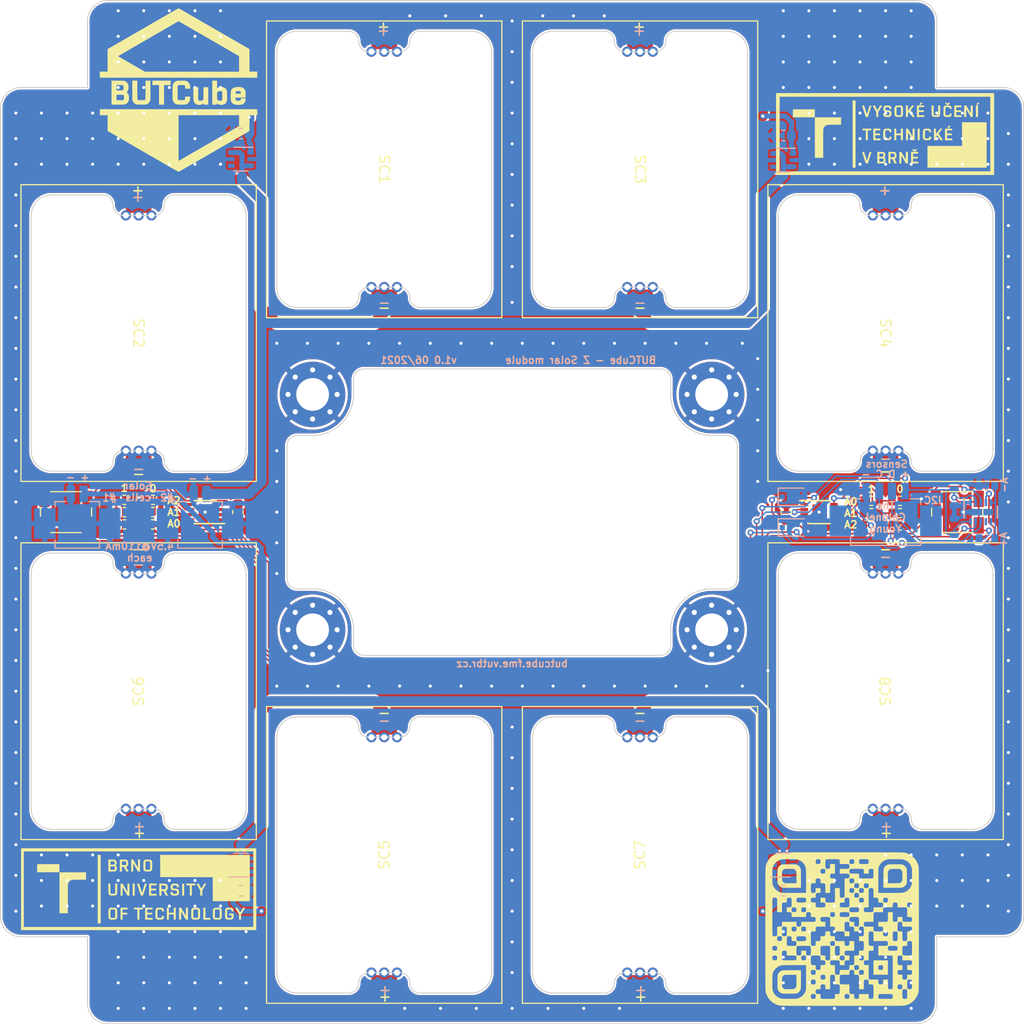
<source format=kicad_pcb>
(kicad_pcb (version 20210623) (generator pcbnew)

  (general
    (thickness 1.6)
  )

  (paper "A4")
  (title_block
    (title "BUTCube - Solar module Z")
    (date "2021-06-04")
    (rev "v1.1")
    (company "VUT")
    (comment 1 "Author: Petr Malaník")
  )

  (layers
    (0 "F.Cu" signal)
    (31 "B.Cu" signal)
    (34 "B.Paste" user)
    (35 "F.Paste" user)
    (36 "B.SilkS" user "B.Silkscreen")
    (37 "F.SilkS" user "F.Silkscreen")
    (38 "B.Mask" user)
    (39 "F.Mask" user)
    (40 "Dwgs.User" user "User.Drawings")
    (41 "Cmts.User" user "User.Comments")
    (42 "Eco1.User" user "User.Eco1")
    (43 "Eco2.User" user "User.Eco2")
    (44 "Edge.Cuts" user)
    (45 "Margin" user)
    (46 "B.CrtYd" user "B.Courtyard")
    (47 "F.CrtYd" user "F.Courtyard")
    (48 "B.Fab" user)
    (49 "F.Fab" user)
    (50 "User.1" user)
    (51 "User.2" user)
  )

  (setup
    (stackup
      (layer "F.SilkS" (type "Top Silk Screen"))
      (layer "F.Paste" (type "Top Solder Paste"))
      (layer "F.Mask" (type "Top Solder Mask") (color "Green") (thickness 0.01))
      (layer "F.Cu" (type "copper") (thickness 0.035))
      (layer "dielectric 1" (type "core") (thickness 1.51) (material "FR4") (epsilon_r 4.5) (loss_tangent 0.02))
      (layer "B.Cu" (type "copper") (thickness 0.035))
      (layer "B.Mask" (type "Bottom Solder Mask") (color "Green") (thickness 0.01))
      (layer "B.Paste" (type "Bottom Solder Paste"))
      (layer "B.SilkS" (type "Bottom Silk Screen"))
      (copper_finish "None")
      (dielectric_constraints no)
    )
    (pad_to_mask_clearance 0.06)
    (solder_mask_min_width 0.105)
    (pcbplotparams
      (layerselection 0x00010f0_ffffffff)
      (disableapertmacros false)
      (usegerberextensions true)
      (usegerberattributes true)
      (usegerberadvancedattributes false)
      (creategerberjobfile false)
      (svguseinch false)
      (svgprecision 6)
      (excludeedgelayer true)
      (plotframeref false)
      (viasonmask false)
      (mode 1)
      (useauxorigin false)
      (hpglpennumber 1)
      (hpglpenspeed 20)
      (hpglpendiameter 15.000000)
      (dxfpolygonmode true)
      (dxfimperialunits true)
      (dxfusepcbnewfont true)
      (psnegative false)
      (psa4output false)
      (plotreference false)
      (plotvalue false)
      (plotinvisibletext false)
      (sketchpadsonfab false)
      (subtractmaskfromsilk false)
      (outputformat 1)
      (mirror false)
      (drillshape 0)
      (scaleselection 1)
      (outputdirectory "gerbers")
    )
  )

  (net 0 "")
  (net 1 "Net-(C1-Pad1)")
  (net 2 "GND")
  (net 3 "Net-(C2-Pad1)")
  (net 4 "Net-(C3-Pad1)")
  (net 5 "Net-(C4-Pad1)")
  (net 6 "VCC")
  (net 7 "/PH_1")
  (net 8 "/PH_2")
  (net 9 "/Solar_unit_1/OUT")
  (net 10 "/SDA")
  (net 11 "/SCL")
  (net 12 "/Solar_unit_3/OUT")
  (net 13 "Net-(R2-Pad2)")
  (net 14 "Net-(R4-Pad2)")
  (net 15 "Net-(R6-Pad2)")
  (net 16 "Net-(R10-Pad1)")
  (net 17 "Net-(R11-Pad2)")
  (net 18 "Net-(R13-Pad2)")
  (net 19 "Net-(R15-Pad2)")
  (net 20 "Net-(SC1-Pad2)")
  (net 21 "Net-(SC3-Pad2)")
  (net 22 "Net-(SC5-Pad2)")
  (net 23 "Net-(SC7-Pad2)")
  (net 24 "unconnected-(U1-Pad3)")
  (net 25 "unconnected-(U2-Pad3)")
  (net 26 "unconnected-(U3-Pad6)")
  (net 27 "unconnected-(U3-Pad7)")

  (footprint "TCY_solar:SM141K04L" (layer "F.Cu") (at 114.5 76.5 -90))

  (footprint "MountingHole:MountingHole_3.2mm_M3_Pad_Via" (layer "F.Cu") (at 131.5 105.5))

  (footprint "TCY_solar:SM141K04L" (layer "F.Cu") (at 163.5 60.5 -90))

  (footprint "TCY_smd_leds:VEMD5160X" (layer "F.Cu") (at 107.4 94 90))

  (footprint "TCY_solar:SM141K04L" (layer "F.Cu") (at 187.5 111.5 90))

  (footprint "MountingHole:MountingHole_3.2mm_M3_Pad_Via" (layer "F.Cu") (at 131.5 82.5))

  (footprint "LOGO" (layer "F.Cu") (at 114.5 130.85))

  (footprint "TCY_passives:R_0603_1608Metric" (layer "F.Cu") (at 188.9 95.3))

  (footprint "Package_DFN_QFN:DFN-8-1EP_3x2mm_P0.5mm_EP1.3x1.5mm" (layer "F.Cu") (at 121 94 180))

  (footprint "TCY_solar:SM141K04L" (layer "F.Cu") (at 114.5 111.5 90))

  (footprint "TCY_solar:SM141K04L" (layer "F.Cu") (at 138.5 60.5 -90))

  (footprint "LOGO" (layer "F.Cu") (at 118.4 52.75))

  (footprint "TCY_smd_leds:VEMD5160X" (layer "F.Cu") (at 194.5 94 -90))

  (footprint "TCY_passives:R_0603_1608Metric" (layer "F.Cu") (at 188.9 94.1))

  (footprint "TCY_solar:SM141K04L" (layer "F.Cu") (at 138.5 127.5 90))

  (footprint "LOGO" (layer "F.Cu")
    (tedit 0) (tstamp 54c3c86d-c900-421b-9fa7-0ac2208e0810)
    (at 183.25 134.75)
    (attr board_only exclude_from_pos_files exclude_from_bom)
    (fp_text reference "G***" (at 0 0) (layer "F.SilkS") hide
      (effects (font (size 1.524 1.524) (thickness 0.3)))
      (tstamp 916817b3-6d27-470d-bc54-fa487ae74e27)
    )
    (fp_text value "LOGO" (at 0.75 0) (layer "F.SilkS") hide
      (effects (font (size 1.524 1.524) (thickness 0.3)))
      (tstamp 8000b8d1-79c5-437f-a04b-61ad80989c3c)
    )
    (fp_poly (pts (xy 4.477607 4.464161)
      (xy 3.065749 4.464161)
      (xy 3.065749 3.758232)
      (xy 3.536368 3.758232)
      (xy 3.53944 3.834849)
      (xy 3.550021 3.890655)
      (xy 3.570163 3.931174)
      (xy 3.601917 3.961928)
      (xy 3.615336 3.970902)
      (xy 3.651051 3.983384)
      (xy 3.704663 3.991117)
      (xy 3.767588 3.99404)
      (xy 3.831242 3.99209)
      (xy 3.887041 3.985205)
      (xy 3.926401 3.973324)
      (xy 3.92675 3.973145)
      (xy 3.962874 3.947069)
      (xy 3.987104 3.909891)
      (xy 4.001149 3.857039)
      (xy 4.006716 3.783939)
      (xy 4.006988 3.758232)
      (xy 4.003002 3.672821)
      (xy 3.98891 3.610145)
      (xy 3.961511 3.56701)
      (xy 3.917603 3.540224)
      (xy 3.853985 3.526594)
      (xy 3.771059 3.522922)
      (xy 3.685648 3.527293)
      (xy 3.622863 3.542462)
      (xy 3.579626 3.571513)
      (xy 3.552862 3.61753)
      (xy 3.539495 3.683597)
      (xy 3.536368 3.758232)
      (xy 3.065749 3.758232)
      (xy 3.065749 3.052303)
      (xy 4.477607 3.052303)) (layer "F.SilkS") (width 0) (fill solid) (tstamp 184c652b-e067-4d67-adfe-c82b168ba530))
    (fp_poly (pts (xy 2.512506 -7.503028)
      (xy 2.848563 -7.502987)
      (xy 3.163002 -7.5029)
      (xy 3.456578 -7.502757)
      (xy 3.730043 -7.502548)
      (xy 3.984152 -7.502263)
      (xy 4.219658 -7.50189)
      (xy 4.437314 -7.501421)
      (xy 4.637875 -7.500843)
      (xy 4.822094 -7.500148)
      (xy 4.990724 -7.499324)
      (xy 5.144519 -7.498362)
      (xy 5.284232 -7.49725)
      (xy 5.410618 -7.495979)
      (xy 5.524429 -7.494537)
      (xy 5.62642 -7.492916)
      (xy 5.717344 -7.491103)
      (xy 5.797955 -7.48909)
      (xy 5.869005 -7.486864)
      (xy 5.931249 -7.484417)
      (xy 5.985441 -7.481738)
      (xy 6.032334 -7.478816)
      (xy 6.072681 -7.47564)
      (xy 6.107236 -7.472201)
      (xy 6.136753 -7.468489)
      (xy 6.161986 -7.464492)
      (xy 6.183687 -7.4602)
      (xy 6.202611 -7.455603)
      (xy 6.219511 -7.450691)
      (xy 6.235141 -7.445453)
      (xy 6.250253 -7.439879)
      (xy 6.265603 -7.433958)
      (xy 6.281944 -7.427681)
      (xy 6.300028 -7.421035)
      (xy 6.315057 -7.415848)
      (xy 6.517963 -7.334306)
      (xy 6.705542 -7.231061)
      (xy 6.876645 -7.10726)
      (xy 7.030126 -6.964053)
      (xy 7.164836 -6.802586)
      (xy 7.279627 -6.624007)
      (xy 7.373353 -6.429463)
      (xy 7.415848 -6.315057)
      (xy 7.422773 -6.295187)
      (xy 7.429323 -6.277621)
      (xy 7.435509 -6.261606)
      (xy 7.44134 -6.246389)
      (xy 7.446827 -6.231216)
      (xy 7.45198 -6.215332)
      (xy 7.456811 -6.197986)
      (xy 7.461328 -6.178422)
      (xy 7.465543 -6.155888)
      (xy 7.469467 -6.129629)
      (xy 7.473108 -6.098893)
      (xy 7.476478 -6.062926)
      (xy 7.479588 -6.020974)
      (xy 7.482447 -5.972283)
      (xy 7.485066 -5.9161)
      (xy 7.487455 -5.851671)
      (xy 7.489625 -5.778243)
      (xy 7.491586 -5.695062)
      (xy 7.493349 -5.601375)
      (xy 7.494923 -5.496427)
      (xy 7.49632 -5.379466)
      (xy 7.49755 -5.249737)
      (xy 7.498622 -5.106488)
      (xy 7.499548 -4.948964)
      (xy 7.500338 -4.776412)
      (xy 7.501002 -4.588078)
      (xy 7.501551 -4.38321)
      (xy 7.501994 -4.161052)
      (xy 7.502343 -3.920852)
      (xy 7.502608 -3.661855)
      (xy 7.502799 -3.383309)
      (xy 7.502927 -3.08446)
      (xy 7.503001 -2.764554)
      (xy 7.503033 -2.422838)
      (xy 7.503033 -2.058558)
      (xy 7.50301 -1.67096)
      (xy 7.502977 -1.25929)
      (xy 7.502942 -0.822796)
      (xy 7.502916 -0.360724)
      (xy 7.502909 0)
      (xy 7.502921 0.481586)
      (xy 7.50295 0.937034)
      (xy 7.502986 1.367096)
      (xy 7.503018 1.772526)
      (xy 7.503035 2.154078)
      (xy 7.503029 2.512506)
      (xy 7.502987 2.848563)
      (xy 7.5029 3.163002)
      (xy 7.502757 3.456578)
      (xy 7.502548 3.730043)
      (xy 7.502262 3.984152)
      (xy 7.50189 4.219658)
      (xy 7.501421 4.437314)
      (xy 7.500843 4.637875)
      (xy 7.500148 4.822094)
      (xy 7.499324 4.990724)
      (xy 7.498362 5.144519)
      (xy 7.49725 5.284232)
      (xy 7.495979 5.410618)
      (xy 7.494537 5.524429)
      (xy 7.492916 5.62642)
      (xy 7.491103 5.717344)
      (xy 7.48909 5.797955)
      (xy 7.486864 5.869005)
      (xy 7.484417 5.931249)
      (xy 7.481738 5.985441)
      (xy 7.478815 6.032334)
      (xy 7.47564 6.072681)
      (xy 7.472201 6.107236)
      (xy 7.468489 6.136753)
      (xy 7.464492 6.161986)
      (xy 7.4602 6.183687)
      (xy 7.455603 6.202611)
      (xy 7.450691 6.219511)
      (xy 7.445453 6.235141)
      (xy 7.439879 6.250253)
      (xy 7.433958 6.265603)
      (xy 7.42768 6.281944)
      (xy 7.421035 6.300028)
      (xy 7.415848 6.315057)
      (xy 7.334306 6.517963)
      (xy 7.231061 6.705542)
      (xy 7.10726 6.876645)
      (xy 6.964053 7.030126)
      (xy 6.802586 7.164836)
      (xy 6.624006 7.279627)
      (xy 6.429463 7.373353)
      (xy 6.315057 7.415848)
      (xy 6.295204 7.422769)
      (xy 6.277659 7.429315)
      (xy 6.26167 7.435497)
      (xy 6.246483 7.441325)
      (xy 6.231346 7.44681)
      (xy 6.215506 7.451962)
      (xy 6.198211 7.45679)
      (xy 6.178707 7.461306)
      (xy 6.156243 7.465518)
      (xy 6.130066 7.469438)
      (xy 6.099423 7.473076)
      (xy 6.063561 7.476441)
      (xy 6.021727 7.479545)
      (xy 5.973169 7.482397)
      (xy 5.917135 7.485007)
      (xy 5.852871 7.487385)
      (xy 5.779625 7.489543)
      (xy 5.696644 7.491489)
      (xy 5.603176 7.493235)
      (xy 5.498467 7.49479)
      (xy 5.381766 7.496165)
      (xy 5.252319 7.49737)
      (xy 5.109374 7.498414)
      (xy 4.952178 7.499309)
      (xy 4.779979 7.500064)
      (xy 4.592024 7.50069)
      (xy 4.387559 7.501196)
      (xy 4.165833 7.501594)
      (xy 3.926093 7.501892)
      (xy 3.667586 7.502102)
      (xy 3.389559 7.502234)
      (xy 3.09126 7.502298)
      (xy 2.771936 7.502303)
      (xy 2.430835 7.50226)
      (xy 2.067203 7.50218)
      (xy 1.680288 7.502073)
      (xy 1.269338 7.501948)
      (xy 0.833599 7.501817)
      (xy 0.372319 7.501688)
      (xy -0.013446 7.501595)
      (xy -0.49848 7.501478)
      (xy -0.957331 7.501345)
      (xy -1.390711 7.501196)
      (xy -1.799329 7.501026)
      (xy -2.183897 7.500835)
      (xy -2.545124 7.500618)
      (xy -2.883721 7.500375)
      (xy -3.200398 7.500102)
      (xy -3.495867 7.499798)
      (xy -3.770837 7.499459)
      (xy -4.026018 7.499084)
      (xy -4.262122 7.49867)
      (xy -4.479858 7.498215)
      (xy -4.679938 7.497716)
      (xy -4.86307 7.497172)
      (xy -5.029967 7.496578)
      (xy -5.181338 7.495934)
      (xy -5.317893 7.495237)
      (xy -5.440344 7.494485)
      (xy -5.5494 7.493674)
      (xy -5.645773 7.492803)
      (xy -5.730171 7.49187)
      (xy -5.803307 7.490872)
      (xy -5.86589 7.489806)
      (xy -5.91863 7.48867)
      (xy -5.962239 7.487462)
      (xy -5.997426 7.48618)
      (xy -6.024903 7.48482)
      (xy -6.045378 7.483382)
      (xy -6.059564 7.481862)
      (xy -6.062966 7.481345)
      (xy -6.171039 7.457918)
      (xy -6.290643 7.423124)
      (xy -6.410972 7.380571)
      (xy -6.52122 7.333868)
      (xy -6.55709 7.316362)
      (xy -6.743521 7.206557)
      (xy -6.912457 7.076696)
      (xy -7.062855 6.927992)
      (xy -7.193674 6.761661)
      (xy -7.303872 6.578917)
      (xy -7.392407 6.380976)
      (xy -7.415848 6.315057)
      (xy -7.422773 6.295187)
      (xy -7.429323 6.277621)
      (xy -7.435509 6.261606)
      (xy -7.44134 6.246389)
      (xy -7.446827 6.231215)
      (xy -7.45198 6.215332)
      (xy -7.456811 6.197985)
      (xy -7.461328 6.178422)
      (xy -7.465543 6.155888)
      (xy -7.469467 6.129629)
      (xy -7.473108 6.098893)
      (xy -7.476478 6.062926)
      (xy -7.479588 6.020974)
      (xy -7.482447 5.972283)
      (xy -7.485066 5.9161)
      (xy -7.487455 5.851671)
      (xy -7.489625 5.778243)
      (xy -7.491586 5.695062)
      (xy -7.493349 5.601375)
      (xy -7.49445 5.52798)
      (xy -6.815529 5.52798)
      (xy -6.81515 5.621055)
      (xy -6.814201 5.697205)
      (xy -6.812629 5.758923)
      (xy -6.810381 5.8087)
      (xy -6.807406 5.849027)
      (xy -6.80365 5.882395)
      (xy -6.799063 5.911297)
      (xy -6.796946 5.922348)
      (xy -6.751668 6.081776)
      (xy -6.682826 6.231562)
      (xy -6.592728 6.369416)
      (xy -6.48368 6.493048)
      (xy -6.357986 6.600167)
      (xy -6.217954 6.688482)
      (xy -6.06589 6.755701)
      (xy -5.916358 6.797142)
      (xy -5.878245 6.801907)
      (xy -5.816696 6.80604)
      (xy -5.735161 6.809538)
      (xy -5.63709 6.812398)
      (xy -5.525932 6.814617)
      (xy -5.405137 6.816193)
      (xy -5.278154 6.817124)
      (xy -5.148433 6.817405)
      (xy -5.019424 6.817035)
      (xy -4.894575 6.816011)
      (xy -4.777337 6.81433)
      (xy -4.671159 6.81199)
      (xy -4.579491 6.808987)
      (xy -4.505783 6.805319)
      (xy -4.453483 6.800983)
      (xy -4.43509 6.798312)
      (xy -4.270053 6.75325)
      (xy -4.115179 6.684375)
      (xy -3.972868 6.593624)
      (xy -3.959435 6.581948)
      (xy -3.052303 6.581948)
      (xy -3.049231 6.658565)
      (xy -3.03865 6.714372)
      (xy -3.018508 6.754891)
      (xy -2.986755 6.785644)
      (xy -2.973336 6.794618)
      (xy -2.937621 6.8071)
      (xy -2.884009 6.814834)
      (xy -2.821084 6.817756)
      (xy -2.75743 6.815806)
      (xy -2.701631 6.808921)
      (xy -2.662271 6.79704)
      (xy -2.661921 6.796861)
      (xy -2.625797 6.770785)
      (xy -2.601567 6.733607)
      (xy -2.587522 6.680755)
      (xy -2.581956 6.607655)
      (xy -2.581683 6.581948)
      (xy -2.585669 6.496537)
      (xy -2.599761 6.433861)
      (xy -2.62716 6.390726)
      (xy -2.671068 6.363941)
      (xy -2.734687 6.35031)
      (xy -2.817612 6.346638)
      (xy -2.903023 6.351009)
      (xy -2.965809 6.366178)
      (xy -3.009045 6.395229)
      (xy -3.03581 6.441246)
      (xy -3.049177 6.507313)
      (xy -3.052303 6.581948)
      (xy -3.959435 6.581948)
      (xy -3.84552 6.482933)
      (xy -3.735536 6.354237)
      (xy -3.645316 6.209472)
      (xy -3.608323 6.131565)
      (xy -3.599688 6.111329)
      (xy -2.581683 6.111329)
      (xy -2.57892 6.188707)
      (xy -2.56853 6.247307)
      (xy -2.547366 6.289642)
      (xy -2.51228 6.318227)
      (xy -2.460125 6.335578)
      (xy -2.387752 6.344209)
      (xy -2.292013 6.346635)
      (xy -2.287152 6.346638)
      (xy -2.111064 6.346638)
      (xy -2.111064 6.522727)
      (xy -2.109881 6.608155)
      (xy -2.105422 6.671458)
      (xy -2.096323 6.717336)
      (xy -2.081218 6.750487)
      (xy -2.058742 6.775611)
      (xy -2.032097 6.794618)
      (xy -2.021086 6.799943)
      (xy -2.005164 6.804347)
      (xy -1.981887 6.807918)
      (xy -1.948814 6.810743)
      (xy -1.903503 6.812908)
      (xy -1.84351 6.814502)
      (xy -1.766396 6.81561)
      (xy -1.669716 6.816322)
      (xy -1.551029 6.816722)
      (xy -1.407893 6.8169)
      (xy -1.407829 6.8169)
      (xy -1.263151 6.816874)
      (xy -1.142963 6.816551)
      (xy -1.044862 6.815857)
      (xy -0.966446 6.814714)
      (xy -0.905312 6.813046)
      (xy -0.85906 6.810775)
      (xy -0.825285 6.807826)
      (xy -0.801587 6.804121)
      (xy -0.785563 6.799585)
      (xy -0.779443 6.796861)
      (xy -0.749366 6.777371)
      (xy -0.727653 6.751894)
      (xy -0.713043 6.716115)
      (xy -0.704278 6.665718)
      (xy -0.700097 6.596391)
      (xy -0.699924 6.581948)
      (xy 0.242033 6.581948)
      (xy 0.245104 6.658565)
      (xy 0.255686 6.714372)
      (xy 0.275828 6.754891)
      (xy 0.307581 6.785644)
      (xy 0.321 6.794618)
      (xy 0.356715 6.8071)
      (xy 0.410327 6.814834)
      (xy 0.473252 6.817756)
      (xy 0.536906 6.815806)
      (xy 0.592705 6.808921)
      (xy 0.632065 6.79704)
      (xy 0.632415 6.796861)
      (xy 0.668538 6.770785)
      (xy 0.692769 6.733607)
      (xy 0.706814 6.680755)
      (xy 0.71238 6.607655)
      (xy 0.712652 6.581948)
      (xy 0.708666 6.496537)
      (xy 0.694574 6.433861)
      (xy 0.667175 6.390726)
      (xy 0.623267 6.363941)
      (xy 0.559649 6.35031)
      (xy 0.476723 6.346638)
      (xy 0.391313 6.351009)
      (xy 0.328527 6.366178)
      (xy 0.28529 6.395229)
      (xy 0.258526 6.441246)
      (xy 0.245159 6.507313)
      (xy 0.242033 6.581948)
      (xy -0.699924 6.581948)
      (xy -0.699206 6.522108)
      (xy -0.699206 6.346638)
      (xy -0.523737 6.346638)
      (xy -0.445478 6.346374)
      (xy -0.382439 6.343832)
      (xy -0.332974 6.336388)
      (xy -0.295439 6.321419)
      (xy -0.268186 6.296302)
      (xy -0.249572 6.258411)
      (xy -0.23795 6.205125)
      (xy -0.231676 6.133819)
      (xy -0.229103 6.041869)
      (xy -0.228586 5.926653)
      (xy -0.228587 5.876019)
      (xy -0.228752 5.751235)
      (xy -0.230347 5.650719)
      (xy -0.235015 5.571847)
      (xy -0.244403 5.511996)
      (xy -0.260155 5.468542)
      (xy -0.283918 5.438861)
      (xy -0.317337 5.42033)
      (xy -0.362057 5.410325)
      (xy -0.419723 5.406223)
      (xy -0.491982 5.405399)
      (xy -0.523737 5.4054)
      (xy -0.699206 5.4054)
      (xy -0.699206 4.994621)
      (xy -0.699267 4.949107)
      (xy -0.231251 4.949107)
      (xy -0.230306 5.04071)
      (xy -0.227917 5.12701)
      (xy -0.224083 5.203412)
      (xy -0.218806 5.265324)
      (xy -0.212084 5.30815)
      (xy -0.206595 5.324186)
      (xy -0.192998 5.34597)
      (xy -0.178701 5.363463)
      (xy -0.160765 5.377137)
      (xy -0.136249 5.387462)
      (xy -0.102216 5.394908)
      (xy -0.055724 5.399944)
      (xy 0.006166 5.403041)
      (xy 0.086394 5.404669)
      (xy 0.187899 5.405299)
      (xy 0.301254 5.4054)
      (xy 0.712652 5.4054)
      (xy 0.712652 5.816798)
      (xy 0.712809 5.935295)
      (xy 0.713378 6.0299)
      (xy 0.714505 6.103611)
      (xy 0.716338 6.159427)
      (xy 0.719023 6.200347)
      (xy 0.722709 6.22937)
      (xy 0.727541 6.249495)
      (xy 0.733667 6.26372)
      (xy 0.734644 6.265425)
      (xy 0.756138 6.29617)
      (xy 0.781692 6.318184)
      (xy 0.815956 6.332851)
      (xy 0.863576 6.341558)
      (xy 0.929201 6.345688)
      (xy 1.007183 6.346638)
      (xy 1.183272 6.346638)
      (xy 1.183272 6.522727)
      (xy 1.184454 6.608155)
      (xy 1.188913 6.671458)
      (xy 1.198013 6.717336)
      (xy 1.213118 6.750487)
      (xy 1.235593 6.775611)
      (xy 1.262239 6.794618)
      (xy 1.297954 6.8071)
      (xy 1.351566 6.814834)
      (xy 1.414491 6.817756)
      (xy 1.478145 6.815806)
      (xy 1.533944 6.808921)
      (xy 1.573304 6.79704)
      (xy 1.573653 6.796861)
      (xy 1.603731 6.777371)
      (xy 1.625444 6.751894)
      (xy 1.640054 6.716115)
      (xy 1.648819 6.665718)
      (xy 1.653 6.596391)
      (xy 1.653891 6.522108)
      (xy 1.653891 6.346638)
      (xy 2.59513 6.346638)
      (xy 2.59513 6.522727)
      (xy 2.597344 6.61959)
      (xy 2.605659 6.692948)
      (xy 2.62258 6.745946)
      (xy 2.650614 6.78173)
      (xy 2.692269 6.803445)
      (xy 2.75005 6.814238)
      (xy 2.826464 6.817254)
      (xy 2.82982 6.817258)
      (xy 2.909726 6.813876)
      (xy 2.968044 6.802595)
      (xy 3.009352 6.78171)
      (xy 3.038232 6.749514)
      (xy 3.045352 6.73702)
      (xy 3.050879 6.712733)
      (xy 3.055642 6.665036)
      (xy 3.059643 6.597401)
      (xy 3.060104 6.585435)
      (xy 3.535311 6.585435)
      (xy 3.538217 6.648891)
      (xy 3.546425 6.702896)
      (xy 3.558189 6.735755)
      (xy 3.569374 6.754457)
      (xy 3.580487 6.770025)
      (xy 3.593954 6.782748)
      (xy 3.6122 6.792915)
      (xy 3.637651 6.800814)
      (xy 3.672734 6.806735)
      (xy 3.719873 6.810966)
      (xy 3.781495 6.813797)
      (xy 3.860027 6.815515)
      (xy 3.957893 6.816411)
      (xy 4.077519 6.816773)
      (xy 4.221332 6.816889)
      (xy 4.239604 6.8169)
      (xy 4.384281 6.816874)
      (xy 4.50447 6.816551)
      (xy 4.602571 6.815857)
      (xy 4.680987 6.814714)
      (xy 4.74212 6.813046)
      (xy 4.788373 6.810775)
      (xy 4.822147 6.807826)
      (xy 4.845845 6.804121)
      (xy 4.86187 6.799585)
      (xy 4.867989 6.796861)
      (xy 4.90315 6.769544)
      (xy 4.92783 6.73702)
      (xy 4.939748 6.697479)
      (xy 4.946706 6.640611)
      (xy 4.948705 6.575523)
      (xy 4.945743 6.511318)
      (xy 4.937822 6.457102)
      (xy 4.92783 6.426876)
      (xy 4.917901 6.408431)
      (xy 4.907282 6.393055)
      (xy 4.893586 6.380467)
      (xy 4.874427 6.37039)
      (xy 4.847417 6.362544)
      (xy 4.810169 6.356649)
      (xy 4.760296 6.352427)
      (xy 4.695412 6.349599)
      (xy 4.613128 6.347885)
      (xy 4.51106 6.347006)
      (xy 4.386818 6.346684)
      (xy 4.241678 6.346638)
      (xy 5.889465 6.346638)
      (xy 5.889671 6.461015)
      (xy 5.890666 6.551716)
      (xy 5.893017 6.62196)
      (xy 5.897291 6.674962)
      (xy 5.904055 6.713941)
      (xy 5.913877 6.742112)
      (xy 5.927323 6.762692)
      (xy 5.944961 6.778899)
      (xy 5.967357 6.79395)
      (xy 5.968433 6.794618)
      (xy 6.004148 6.8071)
      (xy 6.05776 6.814834)
      (xy 6.120684 6.817756)
      (xy 6.184338 6.815806)
      (xy 6.240137 6.808921)
      (xy 6.279497 6.79704)
      (xy 6.279847 6.796861)
      (xy 6.302615 6.783762)
      (xy 6.320625 6.768591)
      (xy 6.334432 6.748232)
      (xy 6.34459 6.719573)
      (xy 6.351656 6.679499)
      (xy 6.356183 6.624896)
      (xy 6.358727 6.552652)
      (xy 6.359842 6.459652)
      (xy 6.360085 6.346638)
      (xy 6.359825 6.230525)
      (xy 6.358675 6.138188)
      (xy 6.35608 6.066514)
      (xy 6.351485 6.01239)
      (xy 6.344335 5.972701)
      (xy 6.334076 5.944334)
      (xy 6.320152 5.924175)
      (xy 6.302008 5.90911)
      (xy 6.279847 5.896416)
      (xy 6.240026 5.884223)
      (xy 6.183615 5.877185)
      (xy 6.119414 5.875259)
      (xy 6.056219 5.878399)
      (xy 6.00283 5.886558)
      (xy 5.970679 5.898011)
      (xy 5.947469 5.912751)
      (xy 5.929157 5.928562)
      (xy 5.915165 5.948644)
      (xy 5.904912 5.976198)
      (xy 5.89782 6.014424)
      (xy 5.893308 6.066524)
      (xy 5.890798 6.135697)
      (xy 5.889711 6.225143)
      (xy 5.889466 6.338064)
      (xy 5.889465 6.346638)
      (xy 4.241678 6.346638)
      (xy 4.094694 6.346665)
      (xy 3.972176 6.346935)
      (xy 3.871701 6.347738)
      (xy 3.790842 6.349362)
      (xy 3.727176 6.352095)
      (xy 3.678276 6.356226)
      (xy 3.641717 6.362042)
      (xy 3.615074 6.369831)
      (xy 3.595923 6.379883)
      (xy 3.581837 6.392485)
      (xy 3.570392 6.407926)
      (xy 3.559162 6.426493)
      (xy 3.55836 6.427852)
      (xy 3.545388 6.465966)
      (xy 3.537704 6.521477)
      (xy 3.535311 6.585435)
      (xy 3.060104 6.585435)
      (xy 3.06288 6.513299)
      (xy 3.065355 6.416202)
      (xy 3.067066 6.309582)
      (xy 3.068015 6.196911)
      (xy 3.0682 6.08166)
      (xy 3.067622 5.967301)
      (xy 3.066282 5.857306)
      (xy 3.064178 5.755147)
      (xy 3.061312 5.664295)
      (xy 3.057682 5.588222)
      (xy 3.053289 5.5304)
      (xy 3.048134 5.4943)
      (xy 3.045352 5.485637)
      (xy 3.025863 5.45556)
      (xy 3.000385 5.433846)
      (xy 2.964606 5.419237)
      (xy 2.91421 5.410472)
      (xy 2.844882 5.406291)
      (xy 2.770599 5.4054)
      (xy 2.59513 5.4054)
      (xy 2.59513 5.22993)
      (xy 2.593776 5.141791)
      (xy 2.588875 5.076133)
      (xy 2.579166 5.028641)
      (xy 2.563389 4.995002)
      (xy 2.540286 4.9709)
      (xy 2.514892 4.955177)
      (xy 2.475071 4.942984)
      (xy 2.41866 4.935947)
      (xy 2.354459 4.93402)
      (xy 2.291264 4.93716)
      (xy 2.237875 4.945319)
      (xy 2.205724 4.956772)
      (xy 2.18394 4.970369)
      (xy 2.166447 4.984666)
      (xy 2.152772 5.002602)
      (xy 2.142448 5.027117)
      (xy 2.135002 5.061151)
      (xy 2.129966 5.107643)
      (xy 2.126869 5.169533)
      (xy 2.12524 5.249761)
      (xy 2.124611 5.351266)
      (xy 2.12451 5.464621)
      (xy 2.12451 5.876019)
      (xy 1.653891 5.876019)
      (xy 1.653891 5.22993)
      (xy 1.653861 5.074524)
      (xy 1.653607 4.943739)
      (xy 1.652885 4.835305)
      (xy 1.651452 4.746951)
      (xy 1.649061 4.676405)
      (xy 1.645469 4.621398)
      (xy 1.640431 4.579657)
      (xy 1.633703 4.548912)
      (xy 1.625041 4.526893)
      (xy 1.614199 4.511328)
      (xy 1.600934 4.499946)
      (xy 1.585001 4.490476)
      (xy 1.573653 4.484558)
      (xy 1.546953 4.47518)
      (xy 1.506821 4.468929)
      (xy 1.448951 4.465396)
      (xy 1.369032 4.464172)
      (xy 1.358741 4.464161)
      (xy 1.183272 4.464161)
      (xy 1.183272 4.288692)
      (xy 1.18203 4.228851)
      (xy 1.653891 4.228851)
      (xy 1.656962 4.305468)
      (xy 1.667544 4.361275)
      (xy 1.687686 4.401794)
      (xy 1.719439 4.432548)
      (xy 1.732858 4.441521)
      (xy 1.768573 4.454003)
      (xy 1.822185 4.461737)
      (xy 1.88511 4.464659)
      (xy 1.948764 4.462709)
      (xy 2.004563 4.455824)
      (xy 2.043923 4.443943)
      (xy 2.044273 4.443764)
      (xy 2.080396 4.417688)
      (xy 2.104627 4.38051)
      (xy 2.118672 4.327658)
      (xy 2.124238 4.254558)
      (xy 2.12451 4.228851)
      (xy 2.120524 4.14344)
      (xy 2.106433 4.080764)
      (xy 2.079033 4.03763)
      (xy 2.035125 4.010844)
      (xy 1.971507 3.997214)
      (xy 1.888581 3.993542)
      (xy 1.803171 3.997912)
      (xy 1.740385 4.013081)
      (xy 1.697148 4.042132)
      (xy 1.670384 4.088149)
      (xy 1.657017 4.154216)
      (xy 1.653891 4.228851)
      (xy 1.18203 4.228851)
      (xy 1.181262 4.19186)
      (xy 1.17354 4.118553)
      (xy 1.157564 4.065591)
      (xy 1.13079 4.029793)
      (xy 1.090677 4.00798)
      (xy 1.034684 3.996972)
      (xy 0.960267 3.993588)
      (xy 0.947343 3.993542)
      (xy 0.870159 3.996321)
      (xy 0.811706 4.006755)
      (xy 0.769475 4.027991)
      (xy 0.740962 4.063174)
      (xy 0.723658 4.115449)
      (xy 0.715058 4.187963)
      (xy 0.712655 4.283861)
      (xy 0.712652 4.288073)
      (xy 0.712652 4.464161)
      (xy 0.301254 4.464161)
      (xy 0.177829 4.46429)
      (xy 0.078357 4.46499)
      (xy -0.000102 4.466731)
      (xy -0.060488 4.469983)
      (xy -0.10574 4.475216)
      (xy -0.138798 4.482902)
      (xy -0.162602 4.493508)
      (xy -0.180091 4.507506)
      (xy -0.194205 4.525366)
      (xy -0.206595 4.545374)
      (xy -0.214314 4.572326)
      (xy -0.22059 4.621538)
      (xy -0.225422 4.688416)
      (xy -0.228809 4.768366)
      (xy -0.230752 4.856795)
      (xy -0.231251 4.949107)
      (xy -0.699267 4.949107)
      (xy -0.699374 4.869758)
      (xy -0.70018 4.768917)
      (xy -0.702075 4.689223)
      (xy -0.705511 4.627808)
      (xy -0.710939 4.581798)
      (xy -0.718812 4.548322)
      (xy -0.729581 4.524509)
      (xy -0.743697 4.507487)
      (xy -0.761614 4.494384)
      (xy -0.779443 4.484558)
      (xy -0.819265 4.472364)
      (xy -0.875676 4.465327)
      (xy -0.939877 4.463401)
      (xy -1.003071 4.46654)
      (xy -1.056461 4.4747)
      (xy -1.088612 4.486153)
      (xy -1.106639 4.496892)
      (xy -1.12178 4.507545)
      (xy -1.134287 4.520412)
      (xy -1.144412 4.537796)
      (xy -1.152405 4.562)
      (xy -1.15852 4.595325)
      (xy -1.163006 4.640074)
      (xy -1.166116 4.698549)
      (xy -1.168101 4.773051)
      (xy -1.169214 4.865884)
      (xy -1.169705 4.97935)
      (xy -1.169826 5.11575)
      (xy -1.169825 5.229311)
      (xy -1.169825 5.876019)
      (xy -1.640445 5.876019)
      (xy -1.640445 5.70055)
      (xy -1.642454 5.603718)
      (xy -1.650176 5.530411)
      (xy -1.666153 5.477449)
      (xy -1.692926 5.441651)
      (xy -1.733039 5.419838)
      (xy -1.789033 5.40883)
      (xy -1.863449 5.405446)
      (xy -1.876374 5.4054)
      (xy -1.953557 5.408179)
      (xy -2.012011 5.418613)
      (xy -2.054241 5.439849)
      (xy -2.082754 5.475032)
      (xy -2.100058 5.527307)
      (xy -2.108658 5.599821)
      (xy -2.111061 5.695719)
      (xy -2.111064 5.699931)
      (xy -2.111064 5.876019)
      (xy -2.287152 5.876019)
      (xy -2.384005 5.878227)
      (xy -2.457353 5.886528)
      (xy -2.510342 5.903436)
      (xy -2.546122 5.931468)
      (xy -2.567839 5.973136)
      (xy -2.578642 6.030957)
      (xy -2.581679 6.107445)
      (xy -2.581683 6.111329)
      (xy -3.599688 6.111329)
      (xy -3.593942 6.097863)
      (xy -3.581274 6.066793)
      (xy -3.570209 6.0365)
      (xy -3.56064 6.005131)
      (xy -3.552457 5.970831)
      (xy -3.545552 5.931748)
      (xy -3.539817 5.886026)
      (xy -3.535144 5.831813)
      (xy -3.531422 5.767254)
      (xy -3.528545 5.690495)
      (xy -3.526403 5.599683)
      (xy -3.524889 5.492964)
      (xy -3.523893 5.368483)
      (xy -3.523306 5.224388)
      (xy -3.523213 5.17009)
      (xy -3.052303 5.17009)
      (xy -3.049231 5.246707)
      (xy -3.03865 5.302513)
      (xy -3.018508 5.343033)
      (xy -2.986755 5.373786)
      (xy -2.973336 5.38276)
      (xy -2.937621 5.395242)
      (xy -2.884009 5.402975)
      (xy -2.821084 5.405898)
      (xy -2.75743 5.403948)
      (xy -2.701631 5.397063)
      (xy -2.662271 5.385182)
      (xy -2.661921 5.385003)
      (xy -2.625797 5.358927)
      (xy -2.601567 5.321749)
      (xy -2.587522 5.268897)
      (xy -2.581956 5.195797)
      (xy -2.581683 5.17009)
      (xy -2.585669 5.084679)
      (xy -2.599761 5.022003)
      (xy -2.62716 4.978868)
      (xy -2.671068 4.952082)
      (xy -2.734687 4.938452)
      (xy -2.817612 4.93478)
      (xy -2.903023 4.939151)
      (xy -2.965809 4.95432)
      (xy -3.009045 4.983371)
      (xy -3.03581 5.029388)
      (xy -3.049177 5.095455)
      (xy -3.052303 5.17009)
      (xy -3.523213 5.17009)
      (xy -3.523022 5.058823)
      (xy -3.52293 4.869935)
      (xy -3.522923 4.699471)
      (xy -2.111064 4.699471)
      (xy -2.107993 4.776087)
      (xy -2.097411 4.831894)
      (xy -2.077269 4.872413)
      (xy -2.045516 4.903167)
      (xy -2.032097 4.912141)
      (xy -1.996382 4.924623)
      (xy -1.94277 4.932356)
      (xy -1.879845 4.935278)
      (xy -1.816191 4.933328)
      (xy -1.760392 4.926444)
      (xy -1.721032 4.914563)
      (xy -1.720682 4.914383)
      (xy -1.684559 4.888307)
      (xy -1.660328 4.85113)
      (xy -1.646283 4.798277)
      (xy -1.640717 4.725178)
      (xy -1.640445 4.699471)
      (xy -1.644431 4.61406)
      (xy -1.658522 4.551383)
      (xy -1.685922 4.508249)
      (xy -1.72983 4.481463)
      (xy -1.793448 4.467833)
      (xy -1.876374 4.464161)
      (xy -1.961784 4.468532)
      (xy -2.02457 4.483701)
      (xy -2.067807 4.512752)
      (xy -2.094571 4.558768)
      (xy -2.107938 4.624835)
      (xy -2.111064 4.699471)
      (xy -3.522923 4.699471)
      (xy -3.522922 4.672727)
      (xy -3.522922 4.228851)
      (xy -3.052303 4.228851)
      (xy -3.049231 4.305468)
      (xy -3.03865 4.361275)
      (xy -3.018508 4.401794)
      (xy -2.986755 4.432548)
      (xy -2.973336 4.441521)
      (xy -2.937621 4.454003)
      (xy -2.884009 4.461737)
      (xy -2.821084 4.464659)
      (xy -2.75743 4.462709)
      (xy -2.701631 4.455824)
      (xy -2.662271 4.443943)
      (xy -2.661921 4.443764)
      (xy -2.625797 4.417688)
      (xy -2.601567 4.38051)
      (xy -2.587522 4.327658)
      (xy -2.581956 4.254558)
      (xy -2.581683 4.228851)
      (xy -2.585669 4.14344)
      (xy -2.599761 4.080764)
      (xy -2.62716 4.03763)
      (xy -2.671068 4.010844)
      (xy -2.734687 3.997214)
      (xy -2.817612 3.993542)
      (xy -2.903023 3.997912)
      (xy -2.965809 4.013081)
      (xy -3.009045 4.042132)
      (xy -3.03581 4.088149)
      (xy -3.049177 4.154216)
      (xy -3.052303 4.228851)
      (xy -3.522922 4.228851)
      (xy -3.522922 3.522086)
      (xy -4.709555 3.52615)
      (xy -5.896188 3.530215)
      (xy -5.995314 3.560686)
      (xy -6.16157 3.624858)
      (xy -6.313431 3.710063)
      (xy -6.448964 3.814693)
      (xy -6.566235 3.937142)
      (xy -6.66331 4.075803)
      (xy -6.702425 4.148174)
      (xy -6.72497 4.193961)
      (xy -6.744081 4.234139)
      (xy -6.760056 4.271332)
      (xy -6.773196 4.30816)
      (xy -6.783799 4.347248)
      (xy -6.792166 4.391218)
      (xy -6.798597 4.442693)
      (xy -6.803391 4.504294)
      (xy -6.806849 4.578646)
      (xy -6.809269 4.668371)
      (xy -6.810952 4.776091)
      (xy -6.812198 4.904429)
      (xy -6.813306 5.056008)
      (xy -6.813767 5.122296)
      (xy -6.814786 5.281092)
      (xy -6.81539 5.415489)
      (xy -6.815529 5.52798)
      (xy -7.49445 5.52798)
      (xy -7.494924 5.496427)
      (xy -7.49632 5.379466)
      (xy -7.49755 5.249737)
      (xy -7.498622 5.106488)
      (xy -7.499548 4.948964)
      (xy -7.500338 4.776412)
      (xy -7.501002 4.588078)
      (xy -7.501551 4.38321)
      (xy -7.501994 4.161052)
      (xy -7.502344 3.920852)
      (xy -7.502608 3.661855)
      (xy -7.502799 3.383309)
      (xy -7.502927 3.08446)
      (xy -7.502989 2.816993)
      (xy -6.817258 2.816993)
      (xy -6.814186 2.89361)
      (xy -6.803605 2.949417)
      (xy -6.783463 2.989936)
      (xy -6.75171 3.020689)
      (xy -6.738291 3.029663)
      (xy -6.702576 3.042145)
      (xy -6.648964 3.049879)
      (xy -6.586039 3.052801)
      (xy -6.522385 3.050851)
      (xy -6.466586 3.043966)
      (xy -6.427226 3.032085)
      (xy -6.426876 3.031906)
      (xy -6.390752 3.00583)
      (xy -6.366522 2.968652)
      (xy -6.352477 2.9158)
      (xy -6.346911 2.8427)
      (xy -6.346638 2.816993)
      (xy -6.350624 2.731582)
      (xy -6.364716 2.668906)
      (xy -6.392115 2.625771)
      (xy -6.436023 2.598986)
      (xy -6.451523 2.595665)
      (xy -5.878663 2.595665)
      (xy -5.877746 2.687233)
      (xy -5.875392 2.77351)
      (xy -5.871598 2.849903)
      (xy -5.866365 2.911821)
      (xy -5.859691 2.954671)
      (xy -5.854198 2.9708)
      (xy -5.843013 2.989502)
      (xy -5.8319 3.00507)
      (xy -5.818433 3.017793)
      (xy -5.800188 3.02796)
      (xy -5.774736 3.035859)
      (xy -5.739654 3.04178)
      (xy -5.692514 3.046011)
      (xy -5.630892 3.048842)
      (xy -5.552361 3.05056)
      (xy -5.454495 3.051456)
      (xy -5.334868 3.051818)
      (xy -5.191056 3.051934)
      (xy -5.172784 3.051945)
      (xy -5.028106 3.051919)
      (xy -4.907918 3.051596)
      (xy -4.809817 3.050902)
      (xy -4.731401 3.049759)
      (xy -4.670267 3.048091)
      (xy -4.624015 3.04582)
      (xy -4.59024 3.042871)
      (xy -4.566542 3.039166)
      (xy -4.550518 3.03463)
      (xy -4.544398 3.031906)
      (xy -4.508275 3.00583)
      (xy -4.484044 2.968652)
      (xy -4.47 2.9158)
      (xy -4.464433 2.8427)
      (xy -4.464161 2.816993)
      (xy -3.993542 2.816993)
      (xy -3.99047 2.89361)
      (xy -3.979889 2.949417)
      (xy -3.959747 2.989936)
      (xy -3.927993 3.020689)
      (xy -3.914574 3.029663)
      (xy -3.878859 3.042145)
      (xy -3.825247 3.049879)
      (xy -3.762322 3.052801)
      (xy -3.698668 3.050851)
      (xy -3.642869 3.043966)
      (xy -3.603509 3.032085)
      (xy -3.60316 3.031906)
      (xy -3.567036 3.00583)
      (xy -3.542806 2.968652)
      (xy -3.534813 2.938575)
      (xy -3.052612 2.938575)
      (xy -3.052303 3.052303)
      (xy -3.0521 3.161577)
      (xy -3.05137 3.24724)
      (xy -3.049926 3.312569)
      (xy -3.047584 3.360843)
      (xy -3.044158 3.395341)
      (xy -3.039464 3.41934)
      (xy -3.033316 3.43612)
      (xy -3.030311 3.441709)
      (xy -3.008817 3.472454)
      (xy -2.983263 3.494467)
      (xy -2.948999 3.509135)
      (xy -2.901379 3.517841)
      (xy -2.835754 3.521972)
      (xy -2.757772 3.522922)
      (xy -2.581683 3.522922)
      (xy -2.581683 3.699011)
      (xy -2.580501 3.784439)
      (xy -2.576042 3.847742)
      (xy -2.566942 3.89362)
      (xy -2.551837 3.926771)
      (xy -2.529362 3.951895)
      (xy -2.502716 3.970902)
      (xy -2.467001 3.983384)
      (xy -2.413389 3.991117)
      (xy -2.350464 3.99404)
      (xy -2.28681 3.99209)
      (xy -2.231011
... [1168180 chars truncated]
</source>
